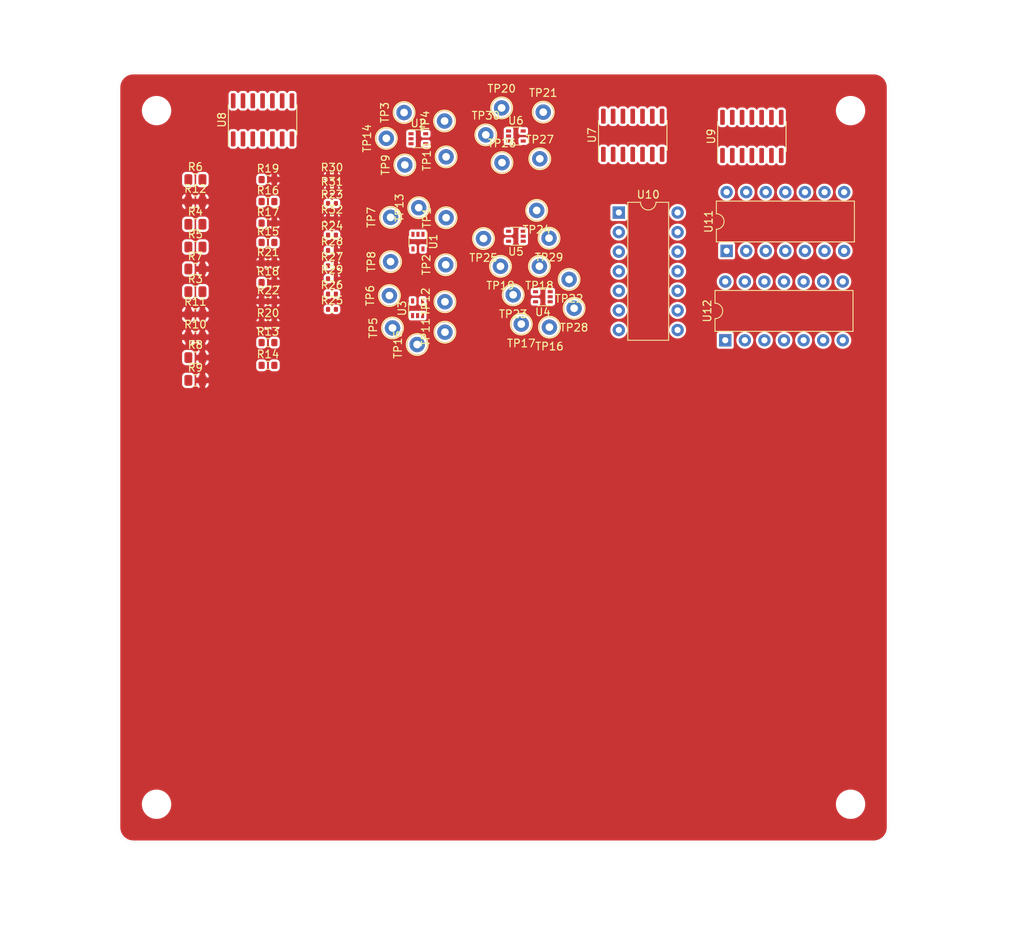
<source format=kicad_pcb>
(kicad_pcb (version 20211014) (generator pcbnew)
  (layers (0 "F.Cu" signal) (31 "B.Cu" power) (34 "B.Paste" user) (35 "F.Paste" user) (36 "B.SilkS" user "B.Silkscreen") (37 "F.SilkS" user "F.Silkscreen") (38 "B.Mask" user) (39 "F.Mask" user) (44 "Edge.Cuts" user))
  (net 0 "")
  (net 10 "GND")
  (net 35 "Net-(TP1-Pad1)")
  (net 36 "Net-(TP2-Pad1)")
  (net 37 "Net-(TP3-Pad1)")
  (net 38 "Net-(TP4-Pad1)")
  (net 39 "Net-(TP5-Pad1)")
  (net 40 "Net-(TP6-Pad1)")
  (net 41 "Net-(TP7-Pad1)")
  (net 42 "Net-(TP8-Pad1)")
  (net 43 "Net-(TP9-Pad1)")
  (net 44 "Net-(TP10-Pad1)")
  (net 45 "Net-(TP11-Pad1)")
  (net 46 "Net-(TP12-Pad1)")
  (net 47 "Net-(TP13-Pad1)")
  (net 48 "Net-(TP14-Pad1)")
  (net 49 "Net-(TP15-Pad1)")
  (net 50 "Net-(TP16-Pad1)")
  (net 51 "Net-(TP17-Pad1)")
  (net 52 "Net-(TP18-Pad1)")
  (net 53 "Net-(TP19-Pad1)")
  (net 54 "Net-(TP20-Pad1)")
  (net 55 "Net-(TP21-Pad1)")
  (net 56 "Net-(TP22-Pad1)")
  (net 57 "Net-(TP23-Pad1)")
  (net 58 "Net-(TP24-Pad1)")
  (net 59 "Net-(TP25-Pad1)")
  (net 60 "Net-(TP26-Pad1)")
  (net 61 "Net-(TP27-Pad1)")
  (net 62 "Net-(TP28-Pad1)")
  (net 63 "Net-(TP29-Pad1)")
  (net 64 "Net-(TP30-Pad1)")
  (net 109 "Net-(U10-Pad10)")
  (net 118 "Net-(U11-Pad10)")
  (net 127 "Net-(U12-Pad10)")
  (footprint "TestPoint:TestPoint_Keystone_5000-5004_Miniature" (layer "F.Cu") (at 92.25 51.1)
    (fp_text reference "TP20" (at 0 -2.5) (layer "F.SilkS"))
    (fp_text value "TestPoint")
    (fp_circle (center 0 0) (end 1.4 0) (layer "F.SilkS") (width 0.15) (fill none))
    (pad "1" thru_hole circle (at 0 0) (size 2 2) (drill 1) (layers *.Cu *.Mask) (net 54 "Net-(TP20-Pad1)"))
  )
  (footprint "Resistor_SMD:R_0402_1005Metric" (layer "F.Cu") (at 70.25 73.26)
    (fp_text reference "R29" (at 0 -1.17) (layer "F.SilkS"))
    (fp_text value "R_Small")
    (fp_line (start -0.153641 0.38) (end 0.153641 0.38) (layer "F.SilkS") (width 0.12))
    (fp_line (start -0.153641 -0.38) (end 0.153641 -0.38) (layer "F.SilkS") (width 0.12))
    (pad "1" smd roundrect (at -0.51 0) (size 0.54 0.64) (layers "F.Cu" "F.Paste" "F.Mask"))
    (pad "2" smd roundrect (at 0.51 0) (size 0.54 0.64) (layers "F.Cu" "F.Paste" "F.Mask") (net 10 "GND"))
  )
  (footprint "Resistor_SMD:R_0805_2012Metric" (layer "F.Cu") (at 52.5375 77.9)
    (fp_text reference "R11" (at 0 -1.65) (layer "F.SilkS"))
    (fp_text value "R_Small")
    (fp_line (start -0.227064 -0.735) (end 0.227064 -0.735) (layer "F.SilkS") (width 0.12))
    (fp_line (start -0.227064 0.735) (end 0.227064 0.735) (layer "F.SilkS") (width 0.12))
    (pad "1" smd roundrect (at -0.9125 0) (size 1.025 1.4) (layers "F.Cu" "F.Paste" "F.Mask") (roundrect_rratio 0.243902) (net 10 "GND"))
    (pad "2" smd roundrect (at 0.9125 0) (size 1.025 1.4) (layers "F.Cu" "F.Paste" "F.Mask") (roundrect_rratio 0.243902) (net 10 "GND"))
  )
  (footprint "Resistor_SMD:R_0603_1608Metric" (layer "F.Cu") (at 61.95 76.2)
    (fp_text reference "R22" (at 0 -1.43) (layer "F.SilkS"))
    (fp_text value "R_Small")
    (fp_line (start -0.237258 -0.5225) (end 0.237258 -0.5225) (layer "F.SilkS") (width 0.12))
    (fp_line (start -0.237258 0.5225) (end 0.237258 0.5225) (layer "F.SilkS") (width 0.12))
    (pad "1" smd roundrect (at -0.825 0) (size 0.8 0.95) (layers "F.Cu" "F.Paste" "F.Mask") (net 10 "GND"))
    (pad "2" smd roundrect (at 0.825 0) (size 0.8 0.95) (layers "F.Cu" "F.Paste" "F.Mask") (net 10 "GND"))
  )
  (footprint "Resistor_SMD:R_0603_1608Metric" (layer "F.Cu") (at 61.95 73.76)
    (fp_text reference "R18" (at 0 -1.43) (layer "F.SilkS"))
    (fp_text value "R_Small")
    (fp_line (start -0.237258 0.5225) (end 0.237258 0.5225) (layer "F.SilkS") (width 0.12))
    (fp_line (start -0.237258 -0.5225) (end 0.237258 -0.5225) (layer "F.SilkS") (width 0.12))
    (pad "1" smd roundrect (at -0.825 0) (size 0.8 0.95) (layers "F.Cu" "F.Paste" "F.Mask"))
    (pad "2" smd roundrect (at 0.825 0) (size 0.8 0.95) (layers "F.Cu" "F.Paste" "F.Mask") (net 10 "GND"))
  )
  (footprint "Resistor_SMD:R_0603_1608Metric" (layer "F.Cu") (at 61.95 63.25)
    (fp_text reference "R16" (at 0 -1.43) (layer "F.SilkS"))
    (fp_text value "R_Small")
    (fp_line (start -0.237258 -0.5225) (end 0.237258 -0.5225) (layer "F.SilkS") (width 0.12))
    (fp_line (start -0.237258 0.5225) (end 0.237258 0.5225) (layer "F.SilkS") (width 0.12))
    (pad "1" smd roundrect (at -0.825 0) (size 0.8 0.95) (layers "F.Cu" "F.Paste" "F.Mask"))
    (pad "2" smd roundrect (at 0.825 0) (size 0.8 0.95) (layers "F.Cu" "F.Paste" "F.Mask"))
  )
  (footprint "Resistor_SMD:R_0805_2012Metric" (layer "F.Cu") (at 52.5375 72)
    (fp_text reference "R7" (at 0 -1.65) (layer "F.SilkS"))
    (fp_text value "R_Small")
    (fp_line (start -0.227064 0.735) (end 0.227064 0.735) (layer "F.SilkS") (width 0.12))
    (fp_line (start -0.227064 -0.735) (end 0.227064 -0.735) (layer "F.SilkS") (width 0.12))
    (pad "1" smd roundrect (at -0.9125 0) (size 1.025 1.4) (layers "F.Cu" "F.Paste" "F.Mask") (roundrect_rratio 0.243902))
    (pad "2" smd roundrect (at 0.9125 0) (size 1.025 1.4) (layers "F.Cu" "F.Paste" "F.Mask") (roundrect_rratio 0.243902) (net 10 "GND"))
  )
  (footprint "Package_SO:SOIC-14_3.9x8.7mm_P1.27mm" (layer "F.Cu") (at 124.7 54.8 90)
    (fp_text reference "U9" (at 0 -5.28 90) (layer "F.SilkS"))
    (fp_text value "LF398_SOIC14")
    (fp_line (start 0 -4.435) (end -3.45 -4.435) (layer "F.SilkS") (width 0.12))
    (fp_line (start 0 4.435) (end 1.95 4.435) (layer "F.SilkS") (width 0.12))
    (fp_line (start 0 4.435) (end -1.95 4.435) (layer "F.SilkS") (width 0.12))
    (fp_line (start 0 -4.435) (end 1.95 -4.435) (layer "F.SilkS") (width 0.12))
    (pad "1" smd roundrect (at -2.475 -3.81 90) (size 1.95 0.6) (layers "F.Cu" "F.Paste" "F.Mask"))
    (pad "2" smd roundrect (at -2.475 -2.54 90) (size 1.95 0.6) (layers "F.Cu" "F.Paste" "F.Mask"))
    (pad "3" smd roundrect (at -2.475 -1.27 90) (size 1.95 0.6) (layers "F.Cu" "F.Paste" "F.Mask"))
    (pad "4" smd roundrect (at -2.475 0 90) (size 1.95 0.6) (layers "F.Cu" "F.Paste" "F.Mask"))
    (pad "5" smd roundrect (at -2.475 1.27 90) (size 1.95 0.6) (layers "F.Cu" "F.Paste" "F.Mask"))
    (pad "6" smd roundrect (at -2.475 2.54 90) (size 1.95 0.6) (layers "F.Cu" "F.Paste" "F.Mask"))
    (pad "7" smd roundrect (at -2.475 3.81 90) (size 1.95 0.6) (layers "F.Cu" "F.Paste" "F.Mask"))
    (pad "8" smd roundrect (at 2.475 3.81 90) (size 1.95 0.6) (layers "F.Cu" "F.Paste" "F.Mask"))
    (pad "9" smd roundrect (at 2.475 2.54 90) (size 1.95 0.6) (layers "F.Cu" "F.Paste" "F.Mask"))
    (pad "10" smd roundrect (at 2.475 1.27 90) (size 1.95 0.6) (layers "F.Cu" "F.Paste" "F.Mask"))
    (pad "11" smd roundrect (at 2.475 0 90) (size 1.95 0.6) (layers "F.Cu" "F.Paste" "F.Mask"))
    (pad "12" smd roundrect (at 2.475 -1.27 90) (size 1.95 0.6) (layers "F.Cu" "F.Paste" "F.Mask"))
    (pad "13" smd roundrect (at 2.475 -2.54 90) (size 1.95 0.6) (layers "F.Cu" "F.Paste" "F.Mask"))
    (pad "14" smd roundrect (at 2.475 -3.81 90) (size 1.95 0.6) (layers "F.Cu" "F.Paste" "F.Mask"))
  )
  (footprint "TestPoint:TestPoint_Keystone_5000-5004_Miniature" (layer "F.Cu") (at 79.7 58.5 90)
    (fp_text reference "TP9" (at 0 -2.5 90) (layer "F.SilkS"))
    (fp_text value "TestPoint")
    (fp_circle (center 0 0) (end 1.4 0) (layer "F.SilkS") (width 0.15) (fill none))
    (pad "1" thru_hole circle (at 0 0 90) (size 2 2) (drill 1) (layers *.Cu *.Mask) (net 43 "Net-(TP9-Pad1)"))
  )
  (footprint "Resistor_SMD:R_0402_1005Metric" (layer "F.Cu") (at 70.25 67.6)
    (fp_text reference "R24" (at 0 -1.17) (layer "F.SilkS"))
    (fp_text value "R_Small")
    (fp_line (start -0.153641 -0.38) (end 0.153641 -0.38) (layer "F.SilkS") (width 0.12))
    (fp_line (start -0.153641 0.38) (end 0.153641 0.38) (layer "F.SilkS") (width 0.12))
    (pad "1" smd roundrect (at -0.51 0) (size 0.54 0.64) (layers "F.Cu" "F.Paste" "F.Mask"))
    (pad "2" smd roundrect (at 0.51 0) (size 0.54 0.64) (layers "F.Cu" "F.Paste" "F.Mask"))
  )
  (footprint "Resistor_SMD:R_0402_1005Metric" (layer "F.Cu") (at 70.25 77.24)
    (fp_text reference "R25" (at 0 -1.17) (layer "F.SilkS"))
    (fp_text value "R_Small")
    (fp_line (start -0.153641 0.38) (end 0.153641 0.38) (layer "F.SilkS") (width 0.12))
    (fp_line (start -0.153641 -0.38) (end 0.153641 -0.38) (layer "F.SilkS") (width 0.12))
    (pad "1" smd roundrect (at -0.51 0) (size 0.54 0.64) (layers "F.Cu" "F.Paste" "F.Mask"))
    (pad "2" smd roundrect (at 0.51 0) (size 0.54 0.64) (layers "F.Cu" "F.Paste" "F.Mask"))
  )
  (footprint "TestPoint:TestPoint_Keystone_5000-5004_Miniature" (layer "F.Cu") (at 92.1 71.65 180)
    (fp_text reference "TP19" (at 0 -2.5) (layer "F.SilkS"))
    (fp_text value "TestPoint")
    (fp_circle (center 0 0) (end 1.4 0) (layer "F.SilkS") (width 0.15) (fill none))
    (pad "1" thru_hole circle (at 0 0 180) (size 2 2) (drill 1) (layers *.Cu *.Mask) (net 53 "Net-(TP19-Pad1)"))
  )
  (footprint "TestPoint:TestPoint_Keystone_5000-5004_Miniature" (layer "F.Cu") (at 97.2 57.7)
    (fp_text reference "TP27" (at 0 -2.5) (layer "F.SilkS"))
    (fp_text value "TestPoint")
    (fp_circle (center 0 0) (end 1.4 0) (layer "F.SilkS") (width 0.15) (fill none))
    (pad "1" thru_hole circle (at 0 0) (size 2 2) (drill 1) (layers *.Cu *.Mask) (net 61 "Net-(TP27-Pad1)"))
  )
  (footprint "Package_SO:SOIC-14_3.9x8.7mm_P1.27mm" (layer "F.Cu") (at 109.25 54.65 90)
    (fp_text reference "U7" (at 0 -5.28 90) (layer "F.SilkS"))
    (fp_text value "LF398_SOIC14")
    (fp_line (start 0 4.435) (end 1.95 4.435) (layer "F.SilkS") (width 0.12))
    (fp_line (start 0 4.435) (end -1.95 4.435) (layer "F.SilkS") (width 0.12))
    (fp_line (start 0 -4.435) (end 1.95 -4.435) (layer "F.SilkS") (width 0.12))
    (fp_line (start 0 -4.435) (end -3.45 -4.435) (layer "F.SilkS") (width 0.12))
    (pad "1" smd roundrect (at -2.475 -3.81 90) (size 1.95 0.6) (layers "F.Cu" "F.Paste" "F.Mask"))
    (pad "2" smd roundrect (at -2.475 -2.54 90) (size 1.95 0.6) (layers "F.Cu" "F.Paste" "F.Mask"))
    (pad "3" smd roundrect (at -2.475 -1.27 90) (size 1.95 0.6) (layers "F.Cu" "F.Paste" "F.Mask"))
    (pad "4" smd roundrect (at -2.475 0 90) (size 1.95 0.6) (layers "F.Cu" "F.Paste" "F.Mask"))
    (pad "5" smd roundrect (at -2.475 1.27 90) (size 1.95 0.6) (layers "F.Cu" "F.Paste" "F.Mask"))
    (pad "6" smd roundrect (at -2.475 2.54 90) (size 1.95 0.6) (layers "F.Cu" "F.Paste" "F.Mask"))
    (pad "7" smd roundrect (at -2.475 3.81 90) (size 1.95 0.6) (layers "F.Cu" "F.Paste" "F.Mask"))
    (pad "8" smd roundrect (at 2.475 3.81 90) (size 1.95 0.6) (layers "F.Cu" "F.Paste" "F.Mask"))
    (pad "9" smd roundrect (at 2.475 2.54 90) (size 1.95 0.6) (layers "F.Cu" "F.Paste" "F.Mask"))
    (pad "10" smd roundrect (at 2.475 1.27 90) (size 1.95 0.6) (layers "F.Cu" "F.Paste" "F.Mask"))
    (pad "11" smd roundrect (at 2.475 0 90) (size 1.95 0.6) (layers "F.Cu" "F.Paste" "F.Mask"))
    (pad "12" smd roundrect (at 2.475 -1.27 90) (size 1.95 0.6) (layers "F.Cu" "F.Paste" "F.Mask"))
    (pad "13" smd roundrect (at 2.475 -2.54 90) (size 1.95 0.6) (layers "F.Cu" "F.Paste" "F.Mask"))
    (pad "14" smd roundrect (at 2.475 -3.81 90) (size 1.95 0.6) (layers "F.Cu" "F.Paste" "F.Mask"))
  )
  (footprint "Resistor_SMD:R_0402_1005Metric" (layer "F.Cu") (at 70.25 61.85)
    (fp_text reference "R31" (at 0 -1.17) (layer "F.SilkS"))
    (fp_text value "R_Small")
    (fp_line (start -0.153641 0.38) (end 0.153641 0.38) (layer "F.SilkS") (width 0.12))
    (fp_line (start -0.153641 -0.38) (end 0.153641 -0.38) (layer "F.SilkS") (width 0.12))
    (pad "1" smd roundrect (at -0.51 0) (size 0.54 0.64) (layers "F.Cu" "F.Paste" "F.Mask") (net 10 "GND"))
    (pad "2" smd roundrect (at 0.51 0) (size 0.54 0.64) (layers "F.Cu" "F.Paste" "F.Mask") (net 10 "GND"))
  )
  (footprint "TestPoint:TestPoint_Keystone_5000-5004_Miniature" (layer "F.Cu") (at 98.4 68 180)
    (fp_text reference "TP29" (at 0 -2.5) (layer "F.SilkS"))
    (fp_text value "TestPoint")
    (fp_circle (center 0 0) (end 1.4 0) (layer "F.SilkS") (width 0.15) (fill none))
    (pad "1" thru_hole circle (at 0 0 180) (size 2 2) (drill 1) (layers *.Cu *.Mask) (net 63 "Net-(TP29-Pad1)"))
  )
  (footprint "TestPoint:TestPoint_Keystone_5000-5004_Miniature" (layer "F.Cu") (at 77.85 65.3 90)
    (fp_text reference "TP7" (at 0 -2.5 90) (layer "F.SilkS"))
    (fp_text value "TestPoint")
    (fp_circle (center 0 0) (end 1.4 0) (layer "F.SilkS") (width 0.15) (fill none))
    (pad "1" thru_hole circle (at 0 0 90) (size 2 2) (drill 1) (layers *.Cu *.Mask) (net 41 "Net-(TP7-Pad1)"))
  )
  (footprint "TestPoint:TestPoint_Keystone_5000-5004_Miniature" (layer "F.Cu") (at 77.7 75.45 90)
    (fp_text reference "TP6" (at 0 -2.5 90) (layer "F.SilkS"))
    (fp_text value "TestPoint")
    (fp_circle (center 0 0) (end 1.4 0) (layer "F.SilkS") (width 0.15) (fill none))
    (pad "1" thru_hole circle (at 0 0 90) (size 2 2) (drill 1) (layers *.Cu *.Mask) (net 40 "Net-(TP6-Pad1)"))
  )
  (footprint "Resistor_SMD:R_0805_2012Metric" (layer "F.Cu") (at 52.5375 80.85)
    (fp_text reference "R10" (at 0 -1.65) (layer "F.SilkS"))
    (fp_text value "R_Small")
    (fp_line (start -0.227064 0.735) (end 0.227064 0.735) (layer "F.SilkS") (width 0.12))
    (fp_line (start -0.227064 -0.735) (end 0.227064 -0.735) (layer "F.SilkS") (width 0.12))
    (pad "1" smd roundrect (at -0.9125 0) (size 1.025 1.4) (layers "F.Cu" "F.Paste" "F.Mask") (roundrect_rratio 0.243902) (net 10 "GND"))
    (pad "2" smd roundrect (at 0.9125 0) (size 1.025 1.4) (layers "F.Cu" "F.Paste" "F.Mask") (roundrect_rratio 0.243902) (net 10 "GND"))
  )
  (footprint "Package_DIP:DIP-14_W7.62mm" (layer "F.Cu") (at 121.25 81.25 90)
    (fp_text reference "U12" (at 3.81 -2.33 90) (layer "F.SilkS"))
    (fp_text value "LM380N")
    (fp_line (start 1.16 -1.33) (end 1.16 16.57) (layer "F.SilkS") (width 0.12))
    (fp_line (start 1.16 16.57) (end 6.46 16.57) (layer "F.SilkS") (width 0.12))
    (fp_line (start 6.46 16.57) (end 6.46 -1.33) (layer "F.SilkS") (width 0.12))
    (fp_line (start 6.46 -1.33) (end 4.81 -1.33) (layer "F.SilkS") (width 0.12))
    (fp_line (start 2.81 -1.33) (end 1.16 -1.33) (layer "F.SilkS") (width 0.12))
    (fp_arc (start 4.81 -1.33) (mid 3.81 -0.33) (end 2.81 -1.33) (layer "F.SilkS") (width 0.12))
    (pad "1" thru_hole rect (at 0 0 90) (size 1.6 1.6) (drill 0.8) (layers *.Cu *.Mask))
    (pad "2" thru_hole oval (at 0 2.54 90) (size 1.6 1.6) (drill 0.8) (layers *.Cu *.Mask))
    (pad "3" thru_hole oval (at 0 5.08 90) (size 1.6 1.6) (drill 0.8) (layers *.Cu *.Mask) (net 127 "Net-(U12-Pad10)"))
    (pad "4" thru_hole oval (at 0 7.62 90) (size 1.6 1.6) (drill 0.8) (layers *.Cu *.Mask) (net 127 "Net-(U12-Pad10)"))
    (pad "5" thru_hole oval (at 0 10.16 90) (size 1.6 1.6) (drill 0.8) (layers *.Cu *.Mask) (net 127 "Net-(U12-Pad10)"))
    (pad "6" thru_hole oval (at 0 12.7 90) (size 1.6 1.6) (drill 0.8) (layers *.Cu *.Mask))
    (pad "7" thru_hole oval (at 0 15.24 90) (size 1.6 1.6) (drill 0.8) (layers *.Cu *.Mask))
    (pad "8" thru_hole oval (at 7.62 15.24 90) (size 1.6 1.6) (drill 0.8) (layers *.Cu *.Mask))
    (pad "9" thru_hole oval (at 7.62 12.7 90) (size 1.6 1.6) (drill 0.8) (layers *.Cu *.Mask))
    (pad "10" thru_hole oval (at 7.62 10.16 90) (size 1.6 1.6) (drill 0.8) (layers *.Cu *.Mask) (net 127 "Net-(U12-Pad10)"))
    (pad "11" thru_hole oval (at 7.62 7.62 90) (size 1.6 1.6) (drill 0.8) (layers *.Cu *.Mask) (net 127 "Net-(U12-Pad10)"))
    (pad "12" thru_hole oval (at 7.62 5.08 90) (size 1.6 1.6) (drill 0.8) (layers *.Cu *.Mask) (net 127 "Net-(U12-Pad10)"))
    (pad "13" thru_hole oval (at 7.62 2.54 90) (size 1.6 1.6) (drill 0.8) (layers *.Cu *.Mask))
    (pad "14" thru_hole oval (at 7.62 0 90) (size 1.6 1.6) (drill 0.8) (layers *.Cu *.Mask))
  )
  (footprint "Package_DIP:DIP-14_W7.62mm" (layer "F.Cu") (at 107.45 64.675)
    (fp_text reference "U10" (at 3.81 -2.33) (layer "F.SilkS"))
    (fp_text value "LM380N")
    (fp_line (start 2.81 -1.33) (end 1.16 -1.33) (layer "F.SilkS") (width 0.12))
    (fp_line (start 1.16 16.57) (end 6.46 16.57) (layer "F.SilkS") (width 0.12))
    (fp_line (start 1.16 -1.33) (end 1.16 16.57) (layer "F.SilkS") (width 0.12))
    (fp_line (start 6.46 -1.33) (end 4.81 -1.33) (layer "F.SilkS") (width 0.12))
    (fp_line (start 6.46 16.57) (end 6.46 -1.33) (layer "F.SilkS") (width 0.12))
    (fp_arc (start 4.81 -1.33) (mid 3.81 -0.33) (end 2.81 -1.33) (layer "F.SilkS") (width 0.12))
    (pad "1" thru_hole rect (at 0 0) (size 1.6 1.6) (drill 0.8) (layers *.Cu *.Mask))
    (pad "2" thru_hole oval (at 0 2.54) (size 1.6 1.6) (drill 0.8) (layers *.Cu *.Mask))
    (pad "3" thru_hole oval (at 0 5.08) (size 1.6 1.6) (drill 0.8) (layers *.Cu *.Mask) (net 109 "Net-(U10-Pad10)"))
    (pad "4" thru_hole oval (at 0 7.62) (size 1.6 1.6) (drill 0.8) (layers *.Cu *.Mask) (net 109 "Net-(U10-Pad10)"))
    (pad "5" thru_hole oval (at 0 10.16) (size 1.6 1.6) (drill 0.8) (layers *.Cu *.Mask) (net 109 "Net-(U10-Pad10)"))
    (pad "6" thru_hole oval (at 0 12.7) (size 1.6 1.6) (drill 0.8) (layers *.Cu *.Mask))
    (pad "7" thru_hole oval (at 0 15.24) (size 1.6 1.6) (drill 0.8) (layers *.Cu *.Mask))
    (pad "8" thru_hole oval (at 7.62 15.24) (size 1.6 1.6) (drill 0.8) (layers *.Cu *.Mask))
    (pad "9" thru_hole oval (at 7.62 12.7) (size 1.6 1.6) (drill 0.8) (layers *.Cu *.Mask))
    (pad "10" thru_hole oval (at 7.62 10.16) (size 1.6 1.6) (drill 0.8) (layers *.Cu *.Mask) (net 109 "Net-(U10-Pad10)"))
    (pad "11" thru_hole oval (at 7.62 7.62) (size 1.6 1.6) (drill 0.8) (layers *.Cu *.Mask) (net 109 "Net-(U10-Pad10)"))
    (pad "12" thru_hole oval (at 7.62 5.08) (size 1.6 1.6) (drill 0.8) (layers *.Cu *.Mask) (net 109 "Net-(U10-Pad10)"))
    (pad "13" thru_hole oval (at 7.62 2.54) (size 1.6 1.6) (drill 0.8) (layers *.Cu *.Mask))
    (pad "14" thru_hole oval (at 7.62 0) (size 1.6 1.6) (drill 0.8) (layers *.Cu *.Mask))
  )
  (footprint "Resistor_SMD:R_0805_2012Metric" (layer "F.Cu") (at 52.5375 74.95)
    (fp_text reference "R3" (at 0 -1.65) (layer "F.SilkS"))
    (fp_text value "R_Small")
    (fp_line (start -0.227064 0.735) (end 0.227064 0.735) (layer "F.SilkS") (width 0.12))
    (fp_line (start -0.227064 -0.735) (end 0.227064 -0.735) (layer "F.SilkS") (width 0.12))
    (pad "1" smd roundrect (at -0.9125 0) (size 1.025 1.4) (layers "F.Cu" "F.Paste" "F.Mask") (roundrect_rratio 0.243902))
    (pad "2" smd roundrect (at 0.9125 0) (size 1.025 1.4) (layers "F.Cu" "F.Paste" "F.Mask") (roundrect_rratio 0.243902))
  )
  (footprint "TestPoint:TestPoint_Keystone_5000-5004_Miniature" (layer "F.Cu") (at 79.6 51.7 90)
    (fp_text reference "TP3" (at 0 -2.5 90) (layer "F.SilkS"))
    (fp_text value "TestPoint")
    (fp_circle (center 0 0) (end 1.4 0) (layer "F.SilkS") (width 0.15) (fill none))
    (pad "1" thru_hole circle (at 0 0 90) (size 2 2) (drill 1) (layers *.Cu *.Mask) (net 37 "Net-(TP3-Pad1)"))
  )
  (footprint "TestPoint:TestPoint_Keystone_5000-5004_Miniature" (layer "F.Cu") (at 94.8 79.15 180)
    (fp_text reference "TP17" (at 0 -2.5) (layer "F.SilkS"))
    (fp_text value "TestPoint")
    (fp_circle (center 0 0) (end 1.4 0) (layer "F.SilkS") (width 0.15) (fill none))
    (pad "1" thru_hole circle (at 0 0 180) (size 2 2) (drill 1) (layers *.Cu *.Mask) (net 51 "Net-(TP17-Pad1)"))
  )
  (footprint "TestPoint:TestPoint_Keystone_5000-5004_Miniature" (layer "F.Cu") (at 81.3 81.8 90)
    (fp_text reference "TP15" (at 0 -2.5 90) (layer "F.SilkS"))
    (fp_text value "TestPoint")
    (fp_circle (center 0 0) (end 1.4 0) (layer "F.SilkS") (width 0.15) (fill none))
    (pad "1" thru_hole circle (at 0 0 90) (size 2 2) (drill 1) (layers *.Cu *.Mask) (net 49 "Net-(TP15-Pad1)"))
  )
  (footprint "Resistor_SMD:R_0805_2012Metric" (layer "F.Cu") (at 52.5375 60.4)
    (fp_text reference "R6" (at 0 -1.65) (layer "F.SilkS"))
    (fp_text value "R_Small")
    (fp_line (start -0.227064 0.735) (end 0.227064 0.735) (layer "F.SilkS") (width 0.12))
    (fp_line (start -0.227064 -0.735) (end 0.227064 -0.735) (layer "F.SilkS") (width 0.12))
    (pad "1" smd roundrect (at -0.9125 0) (size 1.025 1.4) (layers "F.Cu" "F.Paste" "F.Mask") (roundrect_rratio 0.243902))
    (pad "2" smd roundrect (at 0.9125 0) (size 1.025 1.4) (layers "F.Cu" "F.Paste" "F.Mask") (roundrect_rratio 0.243902))
  )
  (footprint "TestPoint:TestPoint_Keystone_5000-5004_Miniature" (layer "F.Cu") (at 101 73.35 180)
    (fp_text reference "TP22" (at 0 -2.5) (layer "F.SilkS"))
    (fp_text value "TestPoint")
    (fp_circle (center 0 0) (end 1.4 0) (layer "F.SilkS") (width 0.15) (fill none))
    (pad "1" thru_hole circle (at 0 0 180) (size 2 2) (drill 1) (layers *.Cu *.Mask) (net 56 "Net-(TP22-Pad1)"))
  )
  (footprint "Resistor_SMD:R_0603_1608Metric" (layer "F.Cu") (at 61.95 68.56)
    (fp_text reference "R15" (at 0 -1.43) (layer "F.SilkS"))
    (fp_text value "R_Small")
    (fp_line (start -0.237258 -0.5225) (end 0.237258 -0.5225) (layer "F.SilkS") (width 0.12))
    (fp_line (start -0.237258 0.5225) (end 0.237258 0.5225) (layer "F.SilkS") (width 0.12))
    (pad "1" smd roundrect (at -0.825 0) (size 0.8 0.95) (layers "F.Cu" "F.Paste" "F.Mask"))
    (pad "2" smd roundrect (at 0.825 0) (size 0.8 0.95) (layers "F.Cu" "F.Paste" "F.Mask"))
  )
  (footprint "Resistor_SMD:R_0402_1005Metric" (layer "F.Cu") (at 70.25 65.46)
    (fp_text reference "R32" (at 0 -1.17) (layer "F.SilkS"))
    (fp_text value "R_Small")
    (fp_line (start -0.153641 -0.38) (end 0.153641 -0.38) (layer "F.SilkS") (width 0.12))
    (fp_line (start -0.153641 0.38) (end 0.153641 0.38) (layer "F.SilkS") (width 0.12))
    (pad "1" smd roundrect (at -0.51 0) (size 0.54 0.64) (layers "F.Cu" "F.Paste" "F.Mask") (net 10 "GND"))
    (pad "2" smd roundrect (at 0.51 0) (size 0.54 0.64) (layers "F.Cu" "F.Paste" "F.Mask") (net 10 "GND"))
  )
  (footprint "TestPoint:TestPoint_Keystone_5000-5004_Miniature" (layer "F.Cu") (at 77.85 71.05 90)
    (fp_text reference "TP8" (at 0 -2.5 90) (layer "F.SilkS"))
    (fp_text value "TestPoint")
    (fp_circle (center 0 0) (end 1.4 0) (layer "F.SilkS") (width 0.15) (fill none))
    (pad "1" thru_hole circle (at 0 0 90) (size 2 2) (drill 1) (layers *.Cu *.Mask) (net 42 "Net-(TP8-Pad1)"))
  )
  (footprint "Package_SO:SOIC-14_3.9x8.7mm_P1.27mm" (layer "F.Cu") (at 61.25 52.65 90)
    (fp_text reference "U8" (at 0 -5.28 90) (layer "F.SilkS"))
    (fp_text value "LF398_SOIC14")
    (fp_line (start 0 4.435) (end -1.95 4.435) (layer "F.SilkS") (width 0.12))
    (fp_line (start 0 4.435) (end 1.95 4.435) (layer "F.SilkS") (width 0.12))
    (fp_line (start 0 -4.435) (end 1.95 -4.435) (layer "F.SilkS") (width 0.12))
    (fp_line (start 0 -4.435) (end -3.45 -4.435) (layer "F.SilkS") (width 0.12))
    (pad "1" smd roundrect (at -2.475 -3.81 90) (size 1.95 0.6) (layers "F.Cu" "F.Paste" "F.Mask"))
    (pad "2" smd roundrect (at -2.475 -2.54 90) (size 1.95 0.6) (layers "F.Cu" "F.Paste" "F.Mask"))
    (pad "3" smd roundrect (at -2.475 -1.27 90) (size 1.95 0.6) (layers "F.Cu" "F.Paste" "F.Mask"))
    (pad "4" smd roundrect (at -2.475 0 90) (size 1.95 0.6) (layers "F.Cu" "F.Paste" "F.Mask"))
    (pad "5" smd roundrect (at -2.475 1.27 90) (size 1.95 0.6) (layers "F.Cu" "F.Paste" "F.Mask"))
    (pad "6" smd roundrect (at -2.475 2.54 90) (size 1.95 0.6) (layers "F.Cu" "F.Paste" "F.Mask"))
    (pad "7" smd roundrect (at -2.475 3.81 90) (size 1.95 0.6) (layers "F.Cu" "F.Paste" "F.Mask"))
    (pad "8" smd roundrect (at 2.475 3.81 90) (size 1.95 0.6) (layers "F.Cu" "F.Paste" "F.Mask"))
    (pad "9" smd roundrect (at 2.475 2.54 90) (size 1.95 0.6) (layers "F.Cu" "F.Paste" "F.Mask"))
    (pad "10" smd roundrect (at 2.475 1.27 90) (size 1.95 0.6) (layers "F.Cu" "F.Paste" "F.Mask"))
    (pad "11" smd roundrect (at 2.475 0 90) (size 1.95 0.6) (layers "F.Cu" "F.Paste" "F.Mask"))
    (pad "12" smd roundrect (at 2.475 -1.27 90) (size 1.95 0.6) (layers "F.Cu" "F.Paste" "F.Mask"))
    (pad "13" smd roundrect (at 2.475 -2.54 90) (size 1.95 0.6) (layers "F.Cu" "F.Paste" "F.Mask"))
    (pad "14" smd roundrect (at 2.475 -3.81 90) (size 1.95 0.6) (layers "F.Cu" "F.Paste" "F.Mask"))
  )
  (footprint "TestPoint:TestPoint_Keystone_5000-5004_Miniature" (layer "F.Cu") (at 85.05 65.35 90)
    (fp_text reference "TP1" (at 0 -2.5 90) (layer "F.SilkS"))
    (fp_text value "TestPoint")
    (fp_circle (center 0 0) (end 1.4 0) (layer "F.SilkS") (width 0.15) (fill none))
    (pad "1" thru_hole circle (at 0 0 90) (size 2 2) (drill 1) (layers *.Cu *.Mask) (net 35 "Net-(TP1-Pad1)"))
  )
  (footprint "TestPoint:TestPoint_Keystone_5000-5004_Miniature" (layer "F.Cu") (at 96.8 64.4 180)
    (fp_text reference "TP24" (at 0 -2.5) (layer "F.SilkS"))
    (fp_text value "TestPoint")
    (fp_circle (center 0 0) (end 1.4 0) (layer "F.SilkS") (width 0.15) (fill none))
    (pad "1" thru_hole circle (at 0 0 180) (size 2 2) (drill 1) (layers *.Cu *.Mask) (net 58 "Net-(TP24-Pad1)"))
  )
  (footprint "Package_TO_SOT_SMD:SOT-353_SC-70-5" (layer "F.Cu") (at 94.1 54.75)
    (fp_text reference "U6" (at 0 -2) (layer "F.SilkS"))
    (fp_text value "APE8865U5-12-HF-3")
    (fp_line (start -0.7 1.16) (end 0.7 1.16) (layer "F.SilkS") (width 0.12))
    (fp_line (start 0.7 -1.16) (end -1.2 -1.16) (layer "F.SilkS") (width 0.12))
    (pad "1" smd rect (at -0.95 -0.65) (size 0.65 0.4) (layers "F.Cu" "F.Paste" "F.Mask") (net 54 "Net-(TP20-Pad1)"))
    (pad "2" smd rect (at -0.95 0) (size 0.65 0.4) (layers "F.Cu" "F.Paste" "F.Mask") (net 64 "Net-(TP30-Pad1)"))
    (pad "3" smd rect (at -0.95 0.65) (size 0.65 0.4) (layers "F.Cu" "F.Paste" "F.Mask") (net 60 "Net-(TP26-Pad1)"))
    (pad "4" smd rect (at 0.95 0.65) (size 0.65 0.4) (layers "F.Cu" "F.Paste" "F.Mask") (net 61 "Net-(TP27-Pad1)"))
    (pad "5" smd rect (at 0.95 -0.65) (size 0.65 0.4) (layers "F.Cu" "F.Paste" "F.Mask") (net 55 "Net-(TP21-Pad1)"))
  )
  (footprint "TestPoint:TestPoint_Keystone_5000-5004_Miniature" (layer "F.Cu") (at 101.65 77.1 180)
    (fp_text reference "TP28" (at 0 -2.5) (layer "F.SilkS"))
    (fp_text value "TestPoint")
    (fp_circle (center 0 0) (end 1.4 0) (layer "F.SilkS") (width 0.15) (fill none))
    (pad "1" thru_hole circle (at 0 0 180) (size 2 2) (drill 1) (layers *.Cu *.Mask) (net 62 "Net-(TP28-Pad1)"))
  )
  (footprint "Resistor_SMD:R_0805_2012Metric" (layer "F.Cu") (at 52.5375 63.25)
    (fp_text reference "R12" (at 0 -1.65) (layer "F.SilkS"))
    (fp_text value "R_Small")
    (fp_line (start -0.227064 -0.735) (end 0.227064 -0.735) (layer "F.SilkS") (width 0.12))
    (fp_line (start -0.227064 0.735) (end 0.227064 0.735) (layer "F.SilkS") (width 0.12))
    (pad "1" smd roundrect (at -0.9125 0) (size 1.025 1.4) (layers "F.Cu" "F.Paste" "F.Mask") (roundrect_rratio 0.243902) (net 10 "GND"))
    (pad "2" smd roundrect (at 0.9125 0) (size 1.025 1.4) (layers "F.Cu" "F.Paste" "F.Mask") (roundrect_rratio 0.243902) (net 10 "GND"))
  )
  (footprint "Z_mycustom_footprint_lib:10x10_cm" (layer "F.Cu") (at 92.6 100.35)
    (fp_text reference "R1" hide)
    (fp_text value "R_Small")
    (fp_line (start -48.1 -53.9) (end 47.9 -53.9) (layer "Edge.Cuts") (width 0.01))
    (fp_line (start 49.9 -51.9) (end 49.9 44.1) (layer "Edge.Cuts") (width 0.01))
    (fp_line (start -48.1 46.1) (end 47.9 46.1) (layer "Edge.Cuts") (width 0.01))
    (fp_line (start -50.1 -51.9) (end -50.1 44.1) (layer "Edge.Cuts") (width 0.01))
    (fp_arc (start -50.1 -51.9) (mid -49.514214 -53.314214) (end -48.1 -53.9) (layer "Edge.Cuts") (width 0.01))
    (fp_arc (start -48.1 46.1) (mid -49.514214 45.514214) (end -50.1 44.1) (layer "Edge.Cuts") (width 0.01))
    (fp_arc (start 49.9 44.1) (mid 49.314214 45.514214) (end 47.9 46.1) (layer "Edge.Cuts") (width 0.01))
    (fp_arc (start 47.9 -53.9) (mid 49.314214 -53.314214) (end 49.9 -51.9) (layer "Edge.Cuts") (width 0.01))
    (pad "" np_thru_hole circle locked (at -45.1 41.1) (size 3.2 3.2) (drill 3.2) (layers *.Mask "F.Cu" "In1.Cu" "B.Cu"))
    (pad "" np_thru_hole circle locked (at 44.9 41.1) (size 3.2 3.2) (drill 3.2) (layers *.Mask "F.Cu" "In1.Cu" "B.Cu"))
    (pad "" np_thru_hole circle locked (at -45.1 -48.9) (size 3.2 3.2) (drill 3.2) (layers *.Mask "F.Cu" "In1.Cu" "B.Cu"))
    (pad "" np_thru_hole circle locked (at 44.9 -48.9) (size 3.2 3.2) (drill 3.2) (layers *.Mask "F.Cu" "In1.Cu" "B.Cu"))
  )
  (footprint "Package_DIP:DIP-14_W7.62mm" (layer "F.Cu") (at 121.425 69.65 90)
    (fp_text reference "U11" (at 3.81 -2.33 90) (layer "F.SilkS"))
    (fp_text value "LM380N")
    (fp_line (start 1.16 16.57) (end 6.46 16.57) (layer "F.SilkS") (width 0.12))
    (fp_line (start 2.81 -1.33) (end 1.16 -1.33) (layer "F.SilkS") (width 0.12))
    (fp_line (start 1.16 -1.33) (end 1.16 16.57) (layer "F.SilkS") (width 0.12))
    (fp_line (start 6.46 16.57) (end 6.46 -1.33) (layer "F.SilkS") (width 0.12))
    (fp_line (start 6.46 -1.33) (end 4.81 -1.33) (layer "F.SilkS") (width 0.12))
    (fp_arc (start 4.81 -1.33) (mid 3.81 -0.33) (end 2.81 -1.33) (layer "F.SilkS") (width 0.12))
    (pad "1" thru_hole rect (at 0 0 90) (size 1.6 1.6) (drill 0.8) (layers *.Cu *.Mask))
    (pad "2" thru_hole oval (at 0 2.54 90) (size 1.6 1.6) (drill 0.8) (layers *.Cu *.Mask))
    (pad "3" thru_hole oval (at 0 5.08 90) (size 1.6 1.6) (drill 0.8) (layers *.Cu *.Mask) (net 118 "Net-(U11-Pad10)"))
    (pad "4" thru_hole oval (at 0 7.62 90) (size 1.6 1.6) (drill 0.8) (layers *.Cu *.Mask) (net 118 "Net-(U11-Pad10)"))
    (pad "5" thru_hole oval (at 0 10.16 90) (size 1.6 1.6) (drill 0.8) (layers *.Cu *.Mask) (net 118 "Net-(U11-Pad10)"))
    (pad "6" thru_hole oval (at 0 12.7 90) (size 1.6 1.6) (drill 0.8) (layers *.Cu *.Mask))
    (pad "7" thru_hole oval (at 0 15.24 90) (size 1.6 1.6) (drill 0.8) (layers *.Cu *.Mask))
    (pad "8" thru_hole oval (at 7.62 15.24 90) (size 1.6 1.6) (drill 0.8) (layers *.Cu *.Mask))
    (pad "9" thru_hole oval (at 7.62 12.7 90) (size 1.6 1.6) (drill 0.8) (layers *.Cu *.Mask))
    (pad "10" thru_hole oval (at 7.62 10.16 90) (size 1.6 1.6) (drill 0.8) (layers *.Cu *.Mask) (net 118 "Net-(U11-Pad10)"))
    (pad "11" thru_hole oval (at 7.62 7.62 90) (size 1.6 1.6) (drill 0.8) (layers *.Cu *.Mask) (net 118 "Net-(U11-Pad10)"))
    (pad "12" thru_hole oval (at 7.62 5.08 90) (size 1.6 1.6) (drill 0.8) (layers *.Cu *.Mask) (net 118 "Net-(U11-Pad10)"))
    (pad "13" thru_hole oval (at 7.62 2.54 90) (size 1.6 1.6) (drill 0.8) (layers *.Cu *.Mask))
    (pad "14" thru_hole oval (at 7.62 0 90) (size 1.6 1.6) (drill 0.8) (layers *.Cu *.Mask))
  )
  (footprint "TestPoint:TestPoint_Keystone_5000-5004_Miniature" (layer "F.Cu") (at 89.9 68.05 180)
    (fp_text reference "TP25" (at 0 -2.5) (layer "F.SilkS"))
    (fp_text value "TestPoint")
    (fp_circle (center 0 0) (end 1.4 0) (layer "F.SilkS") (width 0.15) (fill none))
    (pad "1" thru_hole circle (at 0 0 180) (size 2 2) (drill 1) (layers *.Cu *.Mask) (net 59 "Net-(TP25-Pad1)"))
  )
  (footprint "TestPoint:TestPoint_Keystone_5000-5004_Miniature" (layer "F.Cu") (at 84.85 52.8 90)
    (fp_text reference "TP4" (at 0 -2.5 90) (layer "F.SilkS"))
    (fp_text value "TestPoint")
    (fp_circle (center 0 0) (end 1.4 0) (layer "F.SilkS") (width 0.15) (fill none))
    (pad "1" thru_hole circle (at 0 0 90) (size 2 2) (drill 1) (layers *.Cu *.Mask) (net 38 "Net-(TP4-Pad1)"))
  )
  (footprint "Resistor_SMD:R_0603_1608Metric" (layer "F.Cu") (at 61.95 71.25)
    (fp_text reference "R21" (at 0 -1.43) (layer "F.SilkS"))
    (fp_text value "R_Small")
    (fp_line (start -0.237258 -0.5225) (end 0.237258 -0.5225) (layer "F.SilkS") (width 0.12))
    (fp_line (start -0.237258 0.5225) (end 0.237258 0.5225) (layer "F.SilkS") (width 0.12))
    (pad "1" smd roundrect (at -0.825 0) (size 0.8 0.95) (layers "F.Cu" "F.Paste" "F.Mask") (net 10 "GND"))
    (pad "2" smd roundrect (at 0.825 0) (size 0.8 0.95) (layers "F.Cu" "F.Paste" "F.Mask") (net 10 "GND"))
  )
  (footprint "Package_TO_SOT_SMD:SOT-353_SC-70-5" (layer "F.Cu") (at 94.1 67.75 180)
    (fp_text reference "U5" (at 0 -2) (layer "F.SilkS"))
    (fp_text value "APE8865U5-12-HF-3")
    (fp_line (start 0.7 -1.16) (end -1.2 -1.16) (layer "F.SilkS") (width 0.12))
    (fp_line (start -0.7 1.16) (end 0.7 1.16) (layer "F.SilkS") (width 0.12))
    (pad "1" smd rect (at -0.95 -0.65 180) (size 0.65 0.4) (layers "F.Cu" "F.Paste" "F.Mask") (net 52 "Net-(TP18-Pad1)"))
    (pad "2" smd rect (at -0.95 0 180) (size 0.65 0.4) (layers "F.Cu" "F.Paste" "F.Mask") (net 63 "Net-(TP29-Pad1)"))
    (pad "3" smd rect (at -0.95 0.65 180) (size 0.65 0.4) (layers "F.Cu" "F.Paste" "F.Mask") (net 58 "Net-(TP24-Pad1)"))
    (pad "4" smd rect (at 0.95 0.65 180) (size 0.65 0.4) (layers "F.Cu" "F.Paste" "F.Mask") (net 59 "Net-(TP25-Pad1)"))
    (pad "5" smd rect (at 0.95 -0.65 180) (size 0.65 0.4) (layers "F.Cu" "F.Paste" "F.Mask") (net 53 "Net-(TP19-Pad1)"))
  )
  (footprint "Resistor_SMD:R_0805_2012Metric" (layer "F.Cu") (at 52.5375 69.15)
    (fp_text reference "R5" (at 0 -1.65) (layer "F.SilkS"))
    (fp_text value "R_Small")
    (fp_line (start -0.227064 0.735) (end 0.227064 0.735) (layer "F.SilkS") (width 0.12))
    (fp_line (start -0.227064 -0.735) (end 0.227064 -0.735) (layer "F.SilkS") (width 0.12))
    (pad "1" smd roundrect (at -0.9125 0) (size 1.025 1.4) (layers "F.Cu" "F.Paste" "F.Mask") (roundrect_rratio 0.243902))
    (pad "2" smd roundrect (at 0.9125 0) (size 1.025 1.4) (layers "F.Cu" "F.Paste" "F.Mask") (roundrect_rratio 0.243902))
  )
  (footprint "Package_TO_SOT_SMD:SOT-353_SC-70-5" (layer "F.Cu") (at 81.4 68.45 -90)
    (fp_text reference "U1" (at 0 -2 90) (layer "F.SilkS"))
    (fp_text value "APE8865U5-12-HF-3")
    (fp_line (start -0.7 1.16) (end 0.7 1.16) (layer "F.SilkS") (width 0.12))
    (fp_line (start 0.7 -1.16) (end -1.2 -1.16) (layer "F.SilkS") (width 0.12))
    (pad "1" smd rect (at -0.95 -0.65 270) (size 0.65 0.4) (layers "F.Cu" "F.Paste" "F.Mask") (net 35 "Net-(TP1-Pad1)"))
    (pad "2" smd rect (at -0.95 0 270) (size 0.65 0.4) (layers "F.Cu" "F.Paste" "F.Mask") (net 47 "Net-(TP13-Pad1)"))
    (pad "3" smd rect (at -0.95 0.65 270) (size 0.65 0.4) (layers "F.Cu" "F.Paste" "F.Mask") (net 41 "Net-(TP7-Pad1)"))
    (pad "4" smd rect (at 0.95 0.65 270) (size 0.65 0.4) (layers "F.Cu" "F.Paste" "F.Mask") (net 42 "Net-(TP8-Pad1)"))
    (pad "5" smd rect (at 0.95 -0.65 270) (size 0.65 0.4) (layers "F.Cu" "F.Paste" "F.Mask") (net 36 "Net-(TP2-Pad1)"))
  )
  (footprint "TestPoint:TestPoint_Keystone_5000-5004_Miniature" (layer "F.Cu") (at 77.3 55.05 90)
    (fp_text reference "TP14" (at 0 -2.5 90) (layer "F.SilkS"))
    (fp_text value "TestPoint")
    (fp_circle (center 0 0) (end 1.4 0) (layer "F.SilkS") (width 0.15) (fill none))
    (pad "1" thru_hole circle (at 0 0 90) (size 2 2) (drill 1) (layers *.Cu *.Mask) (net 48 "Net-(TP14-Pad1)"))
  )
  (footprint "Resistor_SMD:R_0402_1005Metric" (layer "F.Cu") (at 70.25 71.58)
    (fp_text reference "R27" (at 0 -1.17) (layer "F.SilkS"))
    (fp_text value "R_Small")
    (fp_line (start -0.153641 -0.38) (end 0.153641 -0.38) (layer "F.SilkS") (width 0.12))
    (fp_line (start -0.153641 0.38) (end 0.153641 0.38) (layer "F.SilkS") (width 0.12))
    (pad "1" smd roundrect (at -0.51 0) (size 0.54 0.64) (layers "F.Cu" "F.Paste" "F.Mask"))
    (pad "2" smd roundrect (at 0.51 0) (size 0.54 0.64) (layers "F.Cu" "F.Paste" "F.Mask") (net 10 "GND"))
  )
  (footprint "TestPoint:TestPoint_Keystone_5000-5004_Miniature" (layer "F.Cu") (at 97.65 51.65)
    (fp_text reference "TP21" (at 0 -2.5) (layer "F.SilkS"))
    (fp_text value "TestPoint")
    (fp_circle (center 0 0) (end 1.4 0) (layer "F.SilkS") (width 0.15) (fill none))
    (pad "1" thru_hole circle (at 0 0) (size 2 2) (drill 1) (layers *.Cu *.Mask) (net 55 "Net-(TP21-Pad1)"))
  )
  (footprint "TestPoint:TestPoint_Keystone_5000-5004_Miniature" (layer "F.Cu") (at 97.15 71.65 180)
    (fp_text reference "TP18" (at 0 -2.5) (layer "F.SilkS"))
    (fp_text value "TestPoint")
    (fp_circle (center 0 0) (end 1.4 0) (layer "F.SilkS") (width 0.15) (fill none))
    (pad "1" thru_hole circle (at 0 0 180) (size 2 2) (drill 1) (layers *.Cu *.Mask) (net 52 "Net-(TP18-Pad1)"))
  )
  (footprint "Resistor_SMD:R_0805_2012Metric" (layer "F.Cu") (at 52.5375 66.2)
    (fp_text reference "R4" (at 0 -1.65) (layer "F.SilkS"))
    (fp_text value "R_Small")
    (fp_line (start -0.227064 0.735) (end 0.227064 0.735) (layer "F.SilkS") (width 0.12))
    (fp_line (start -0.227064 -0.735) (end 0.227064 -0.735) (layer "F.SilkS") (width 0.12))
    (pad "1" smd roundrect (at -0.9125 0) (size 1.025 1.4) (layers "F.Cu" "F.Paste" "F.Mask") (roundrect_rratio 0.243902))
    (pad "2" smd roundrect (at 0.9125 0) (size 1.025 1.4) (layers "F.Cu" "F.Paste" "F.Mask") (roundrect_rratio 0.243902))
  )
  (footprint "Resistor_SMD:R_0402_1005Metric" (layer "F.Cu") (at 70.25 60)
    (fp_text reference "R30" (at 0 -1.17) (layer "F.SilkS"))
    (fp_text value "R_Small")
    (fp_line (start -0.153641 0.38) (end 0.153641 0.38) (layer "F.SilkS") (width 0.12))
    (fp_line (start -0.153641 -0.38) (end 0.153641 -0.38) (layer "F.SilkS") (width 0.12))
    (pad "1" smd roundrect (at -0.51 0) (size 0.54 0.64) (layers "F.Cu" "F.Paste" "F.Mask") (net 10 "GND"))
    (pad "2" smd roundrect (at 0.51 0) (size 0.54 0.64) (layers "F.Cu" "F.Paste" "F.Mask") (net 10 "GND"))
  )
  (footprint "Resistor_SMD:R_0603_1608Metric" (layer "F.Cu") (at 61.95 66.05)
    (fp_text reference "R17" (at 0 -1.43) (layer "F.SilkS"))
    (fp_text value "R_Small")
    (fp_line (start -0.237258 -0.5225) (end 0.237258 -0.5225) (layer "F.SilkS") (width 0.12))
    (fp_line (start -0.237258 0.5225) (end 0.237258 0.5225) (layer "F.SilkS") (width 0.12))
    (pad "1" smd roundrect (at -0.825 0) (size 0.8 0.95) (layers "F.Cu" "F.Paste" "F.Mask"))
    (pad "2" smd roundrect (at 0.825 0) (size 0.8 0.95) (layers "F.Cu" "F.Paste" "F.Mask") (net 10 "GND"))
  )
  (footprint "Resistor_SMD:R_0603_1608Metric" (layer "F.Cu") (at 61.95 60.4)
    (fp_text reference "R19" (at 0 -1.43) (layer "F.SilkS"))
    (fp_text value "R_Small")
    (fp_line (start -0.237258 -0.5225) (end 0.237258 -0.5225) (layer "F.SilkS") (width 0.12))
    (fp_line (start -0.237258 0.5225) (end 0.237258 0.5225) (layer "F.SilkS") (width 0.12))
    (pad "1" smd roundrect (at -0.825 0) (size 0.8 0.95) (layers "F.Cu" "F.Paste" "F.Mask"))
    (pad "2" smd roundrect (at 0.825 0) (size 0.8 0.95) (layers "F.Cu" "F.Paste" "F.Mask") (net 10 "GND"))
  )
  (footprint "TestPoint:TestPoint_Keystone_5000-5004_Miniature" (layer "F.Cu") (at 84.9 80.2 90)
    (fp_text reference "TP11" (at 0 -2.5 90) (layer "F.SilkS"))
    (fp_text value "TestPoint")
    (fp_circle (center 0 0) (end 1.4 0) (layer "F.SilkS") (width 0.15) (fill none))
    (pad "1" thru_hole circle (at 0 0 90) (size 2 2) (drill 1) (layers *.Cu *.Mask) (net 45 "Net-(TP11-Pad1)"))
  )
  (footprint "Resistor_SMD:R_0603_1608Metric" (layer "F.Cu") (at 61.95 84.5)
    (fp_text reference "R14" (at 0 -1.43) (layer "F.SilkS"))
    (fp_text value "R_Small")
    (fp_line (start -0.237258 0.5225) (end 0.237258 0.5225) (layer "F.SilkS") (width 0.12))
    (fp_line (start -0.237258 -0.5225) (end 0.237258 -0.5225) (layer "F.SilkS") (width 0.12))
    (pad "1" smd roundrect (at -0.825 0) (size 0.8 0.95) (layers "F.Cu" "F.Paste" "F.Mask"))
    (pad "2" smd roundrect (at 0.825 0) (size 0.8 0.95) (layers "F.Cu" "F.Paste" "F.Mask"))
  )
  (footprint "Resistor_SMD:R_0805_2012Metric" (layer "F.Cu") (at 52.5375 83.5)
    (fp_text reference "R8" (at 0 -1.65) (layer "F.SilkS"))
    (fp_text value "R_Small")
    (fp_line (start -0.227064 -0.735) (end 0.227064 -0.735) (layer "F.SilkS") (width 0.12))
    (fp_line (start -0.227064 0.735) (end 0.227064 0.735) (layer "F.SilkS") (width 0.12))
    (pad "1" smd roundrect (at -0.9125 0) (size 1.025 1.4) (layers "F.Cu" "F.Paste" "F.Mask") (roundrect_rratio 0.243902))
    (pad "2" smd roundrect (at 0.9125 0) (size 1.025 1.4) (layers "F.Cu" "F.Paste" "F.Mask") (roundrect_rratio 0.243902) (net 10 "GND"))
  )
  (footprint "TestPoint:TestPoint_Keystone_5000-5004_Miniature" (layer "F.Cu") (at 92.3 58.2)
    (fp_text reference "TP26" (at 0 -2.5) (layer "F.SilkS"))
    (fp_text value "TestPoint")
    (fp_circle (center 0 0) (end 1.4 0) (layer "F.SilkS") (width 0.15) (fill none))
    (pad "1" thru_hole circle (at 0 0) (size 2 2) (drill 1) (layers *.Cu *.Mask) (net 60 "Net-(TP26-Pad1)"))
  )
  (footprint "TestPoint:TestPoint_Keystone_5000-5004_Miniature" (layer "F.Cu") (at 98.45 79.55 180)
    (fp_text reference "TP16" (at 0 -2.5) (layer "F.SilkS"))
    (fp_text value "TestPoint")
    (fp_circle (center 0 0) (end 1.4 0) (layer "F.SilkS") (width 0.15) (fill none))
    (pad "1" thru_hole circle (at 0 0 180) (size 2 2) (drill 1) (layers *.Cu *.Mask) (net 50 "Net-(TP16-Pad1)"))
  )
  (footprint "Resistor_SMD:R_0402_1005Metric" (layer "F.Cu") (at 70.25 63.5)
    (fp_text reference "R23" (at 0 -1.17) (layer "F.SilkS"))
    (fp_text value "R_Small")
    (fp_line (start -0.153641 -0.38) (end 0.153641 -0.38) (layer "F.SilkS") (width 0.12))
    (fp_line (start -0.153641 0.38) (end 0.153641 0.38) (layer "F.SilkS") (width 0.12))
    (pad "1" smd roundrect (at -0.51 0) (size 0.54 0.64) (layers "F.Cu" "F.Paste" "F.Mask"))
    (pad "2" smd roundrect (at 0.51 0) (size 0.54 0.64) (layers "F.Cu" "F.Paste" "F.Mask"))
  )
  (footprint "TestPoint:TestPoint_Keystone_5000-5004_Miniature" (layer "F.Cu") (at 78.1 79.65 90)
    (fp_text reference "TP5" (at 0 -2.5 90) (layer "F.SilkS"))
    (fp_text value "TestPoint")
    (fp_circle (center 0 0) (end 1.4 0) (layer "F.SilkS") (width 0.15) (fill none))
    (pad "1" thru_hole circle (at 0 0 90) (size 2 2) (drill 1) (layers *.Cu *.Mask) (net 39 "Net-(TP5-Pad1)"))
  )
  (footprint "Resistor_SMD:R_0402_1005Metric" (layer "F.Cu") (at 70.25 75.25)
    (fp_text reference "R26" (at 0 -1.17) (layer "F.SilkS"))
    (fp_text value "R_Small")
    (fp_line (start -0.153641 -0.38) (end 0.153641 -0.38) (layer "F.SilkS") (width 0.12))
    (fp_line (start -0.153641 0.38) (end 0.153641 0.38) (layer "F.SilkS") (width 0.12))
    (pad "1" smd roundrect (at -0.51 0) (size 0.54 0.64) (layers "F.Cu" "F.Paste" "F.Mask"))
    (pad "2" smd roundrect (at 0.51 0) (size 0.54 0.64) (layers "F.Cu" "F.Paste" "F.Mask"))
  )
  (footprint "Resistor_SMD:R_0402_1005Metric" (layer "F.Cu") (at 70.25 69.59)
    (fp_text reference "R28" (at 0 -1.17) (layer "F.SilkS"))
    (fp_text value "R_Small")
    (fp_line (start -0.153641 0.38) (end 0.153641 0.38) (layer "F.SilkS") (width 0.12))
    (fp_line (start -0.153641 -0.38) (end 0.153641 -0.38) (layer "F.SilkS") (width 0.12))
    (pad "1" smd roundrect (at -0.51 0) (size 0.54 0.64) (layers "F.Cu" "F.Paste" "F.Mask"))
    (pad "2" smd roundrect (at 0.51 0) (size 0.54 0.64) (layers "F.Cu" "F.Paste" "F.Mask") (net 10 "GND"))
  )
  (footprint "Resistor_SMD:R_0603_1608Metric" (layer "F.Cu") (at 61.95 79.15)
    (fp_text reference "R20" (at 0 -1.43) (layer "F.SilkS"))
    (fp_text value "R_Small")
    (fp_line (start -0.237258 0.5225) (end 0.237258 0.5225) (layer "F.SilkS") (width 0.12))
    (fp_line (start -0.237258 -0.5225) (end 0.237258 -0.5225) (layer "F.SilkS") (width 0.12))
    (pad "1" smd roundrect (at -0.825 0) (size 0.8 0.95) (layers "F.Cu" "F.Paste" "F.Mask") (net 10 "GND"))
    (pad "2" smd roundrect (at 0.825 0) (size 0.8 0.95) (layers "F.Cu" "F.Paste" "F.Mask") (net 10 "GND"))
  )
  (footprint "TestPoint:TestPoint_Keystone_5000-5004_Miniature" (layer "F.Cu") (at 90.2 54.6)
    (fp_text reference "TP30" (at 0 -2.5) (layer "F.SilkS"))
    (fp_text value "TestPoint")
    (fp_circle (center 0 0) (end 1.4 0) (layer "F.SilkS") (width 0.15) (fill none))
    (pad "1" thru_hole circle (at 0 0) (size 2 2) (drill 1) (layers *.Cu *.Mask) (net 64 "Net-(TP30-Pad1)"))
  )
  (footprint "Package_TO_SOT_SMD:SOT-353_SC-70-5" (layer "F.Cu") (at 81.35 77.1 90)
    (fp_text reference "U3" (at 0 -2 90) (layer "F.SilkS"))
    (fp_text value "APE8865U5-12-HF-3")
    (fp_line (start -0.7 1.16) (end 0.7 1.16) (layer "F.SilkS") (width 0.12))
    (fp_line (start 0.7 -1.16) (end -1.2 -1.16) (layer "F.SilkS") (width 0.12))
    (pad "1" smd rect (at -0.95 -0.65 90) (size 0.65 0.4) (layers "F.Cu" "F.Paste" "F.Mask") (net 39 "Net-(TP5-Pad1)"))
    (pad "2" smd rect (at -0.95 0 90) (size 0.65 0.4) (layers "F.Cu" "F.Paste" "F.Mask") (net 49 "Net-(TP15-Pad1)"))
    (pad "3" smd rect (at -0.95 0.65 90) (size 0.65 0.4) (layers "F.Cu" "F.Paste" "F.Mask") (net 45 "Net-(TP11-Pad1)"))
    (pad "4" smd rect (at 0.95 0.65 90) (size 0.65 0.4) (layers "F.Cu" "F.Paste" "F.Mask") (net 46 "Net-(TP12-Pad1)"))
    (pad "5" smd rect (at 0.95 -0.65 90) (size 0.65 0.4) (layers "F.Cu" "F.Paste" "F.Mask") (net 40 "Net-(TP6-Pad1)"))
  )
  (footprint "TestPoint:TestPoint_Keystone_5000-5004_Miniature" (layer "F.Cu") (at 81.5 64.05 90)
    (fp_text reference "TP13" (at 0 -2.5 90) (layer "F.SilkS"))
    (fp_text value "TestPoint")
    (fp_circle (center 0 0) (end 1.4 0) (layer "F.SilkS") (width 0.15) (fill none))
    (pad "1" thru_hole circle (at 0 0 90) (size 2 2) (drill 1) (layers *.Cu *.Mask) (net 47 "Net-(TP13-Pad1)"))
  )
  (footprint "Package_TO_SOT_SMD:SOT-353_SC-70-5" (layer "F.Cu") (at 97.6 75.6 180)
    (fp_text reference "U4" (at 0 -2) (layer "F.SilkS"))
    (fp_text value "APE8865U5-12-HF-3")
    (fp_line (start 0.7 -1.16) (end -1.2 -1.16) (layer "F.SilkS") (width 0.12))
    (fp_line (start -0.7 1.16) (end 0.7 1.16) (layer "F.SilkS") (width 0.12))
    (pad "1" smd rect (at -0.95 -0.65 180) (size 0.65 0.4) (layers "F.Cu" "F.Paste" "F.Mask") (net 50 "Net-(TP16-Pad1)"))
    (pad "2" smd rect (at -0.95 0 180) (size 0.65 0.4) (layers "F.Cu" "F.Paste" "F.Mask") (net 62 "Net-(TP28-Pad1)"))
    (pad "3" smd rect (at -0.95 0.65 180) (size 0.65 0.4) (layers "F.Cu" "F.Paste" "F.Mask") (net 56 "Net-(TP22-Pad1)"))
    (pad "4" smd rect (at 0.95 0.65 180) (size 0.65 0.4) (layers "F.Cu" "F.Paste" "F.Mask") (net 57 "Net-(TP23-Pad1)"))
    (pad "5" smd rect (at 0.95 -0.65 180) (size 0.65 0.4) (layers "F.Cu" "F.Paste" "F.Mask") (net 51 "Net-(TP17-Pad1)"))
  )
  (footprint "TestPoint:TestPoint_Keystone_5000-5004_Miniature" (layer "F.Cu") (at 85 71.45 90)
    (fp_text reference "TP2" (at 0 -2.5 90) (layer "F.SilkS"))
    (fp_text value "TestPoint")
    (fp_circle (center 0 0) (end 1.4 0) (layer "F.SilkS") (width 0.15) (fill none))
    (pad "1" thru_hole circle (at 0 0 90) (size 2 2) (drill 1) (layers *.Cu *.Mask) (net 36 "Net-(TP2-Pad1)"))
  )
  (footprint "Resistor_SMD:R_0603_1608Metric" (layer "F.Cu") (at 61.95 81.55)
    (fp_text reference "R13" (at 0 -1.43) (layer "F.SilkS"))
    (fp_text value "R_Small")
    (fp_line (start -0.237258 -0.5225) (end 0.237258 -0.5225) (layer "F.SilkS") (width 0.12))
    (fp_line (start -0.237258 0.5225) (end 0.237258 0.5225) (layer "F.SilkS") (width 0.12))
    (pad "1" smd roundrect (at -0.825 0) (size 0.8 0.95) (layers "F.Cu" "F.Paste" "F.Mask"))
    (pad "2" smd roundrect (at 0.825 0) (size 0.8 0.95) (layers "F.Cu" "F.Paste" "F.Mask"))
  )
  (footprint "Resistor_SMD:R_0805_2012Metric" (layer "F.Cu") (at 52.5375 86.45)
    (fp_text reference "R9" (at 0 -1.65) (layer "F.SilkS"))
    (fp_text value "R_Small")
    (fp_line (start -0.227064 0.735) (end 0.227064 0.735) (layer "F.SilkS") (width 0.12))
    (fp_line (start -0.227064 -0.735) (end 0.227064 -0.735) (layer "F.SilkS") (width 0.12))
    (pad "1" smd roundrect (at -0.9125 0) (size 1.025 1.4) (layers "F.Cu" "F.Paste" "F.Mask") (roundrect_rratio 0.243902))
    (pad "2" smd roundrect (at 0.9125 0) (size 1.025 1.4) (layers "F.Cu" "F.Paste" "F.Mask") (roundrect_rratio 0.243902) (net 10 "GND"))
  )
  (footprint "Package_TO_SOT_SMD:SOT-353_SC-70-5" (layer "F.Cu") (at 81.45 55.1)
    (fp_text reference "U2" (at 0 -2) (layer "F.SilkS"))
    (fp_text value "APE8865U5-12-HF-3")
    (fp_line (start -0.7 1.16) (end 0.7 1.16) (layer "F.SilkS") (width 0.12))
    (fp_line (start 0.7 -1.16) (end -1.2 -1.16) (layer "F.SilkS") (width 0.12))
    (pad "1" smd rect (at -0.95 -0.65) (size 0.65 0.4) (layers "F.Cu" "F.Paste" "F.Mask") (net 37 "Net-(TP3-Pad1)"))
    (pad "2" smd rect (at -0.95 0) (size 0.65 0.4) (layers "F.Cu" "F.Paste" "F.Mask") (net 48 "Net-(TP14-Pad1)"))
    (pad "3" smd rect (at -0.95 0.65) (size 0.65 0.4) (layers "F.Cu" "F.Paste" "F.Mask") (net 43 "Net-(TP9-Pad1)"))
    (pad "4" smd rect (at 0.95 0.65) (size 0.65 0.4) (layers "F.Cu" "F.Paste" "F.Mask") (net 44 "Net-(TP10-Pad1)"))
    (pad "5" smd rect (at 0.95 -0.65) (size 0.65 0.4) (layers "F.Cu" "F.Paste" "F.Mask") (net 38 "Net-(TP4-Pad1)"))
  )
  (footprint "TestPoint:TestPoint_Keystone_5000-5004_Miniature" (layer "F.Cu") (at 84.9 76.25 90)
    (fp_text reference "TP12" (at 0 -2.5 90) (layer "F.SilkS"))
    (fp_text value "TestPoint")
    (fp_circle (center 0 0) (end 1.4 0) (layer "F.SilkS") (width 0.15) (fill none))
    (pad "1" thru_hole circle (at 0 0 90) (size 2 2) (drill 1) (layers *.Cu *.Mask) (net 46 "Net-(TP12-Pad1)"))
  )
  (footprint "TestPoint:TestPoint_Keystone_5000-5004_Miniature" (layer "F.Cu") (at 93.75 75.35 180)
    (fp_text reference "TP23" (at 0 -2.5) (layer "F.SilkS"))
    (fp_text value "TestPoint")
    (fp_circle (center 0 0) (end 1.4 0) (layer "F.SilkS") (width 0.15) (fill none))
    (pad "1" thru_hole circle (at 0 0 180) (size 2 2) (drill 1) (layers *.Cu *.Mask) (net 57 "Net-(TP23-Pad1)"))
  )
  (footprint "TestPoint:TestPoint_Keystone_5000-5004_Miniature" (layer "F.Cu") (at 85.05 57.45 90)
    (fp_text reference "TP10" (at 0 -2.5 90) (layer "F.SilkS"))
    (fp_text value "TestPoint")
    (fp_circle (center 0 0) (end 1.4 0) (layer "F.SilkS") (width 0.15) (fill none))
    (pad "1" thru_hole circle (at 0 0 90) (size 2 2) (drill 1) (layers *.Cu *.Mask) (net 44 "Net-(TP10-Pad1)"))
  )
  (zone (net 10) (net_name "GND") (layers F&B.Cu) (connect_pads (clearance 0.3)) (min_thickness 0.2) (fill yes (thermal_gap 0.3) (thermal_bridge_width 0.75))
    (polygon (pts (xy 160 160.1) (xy 27.2 160.1) (xy 27.2 37.1) (xy 160 37.1)))
  )
)
</source>
